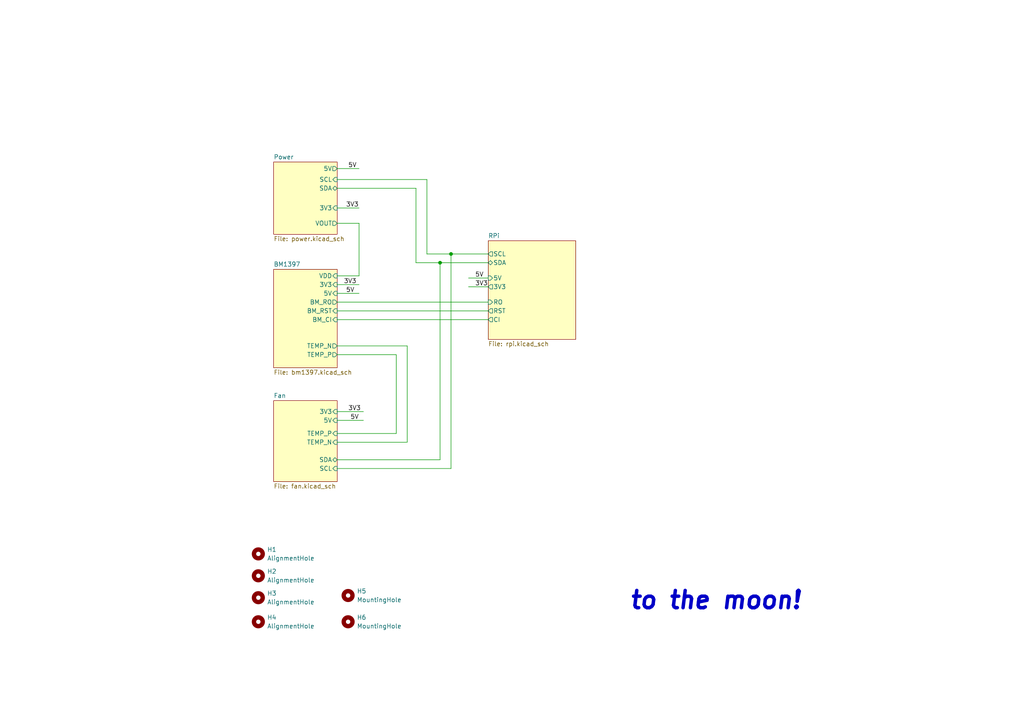
<source format=kicad_sch>
(kicad_sch (version 20230121) (generator eeschema)
  (paper "A4")
  (title_block (title "The Hashat") (date "2023-04-21") (rev "1"))
  (lib_symbols
    (symbol "Mechanical:MountingHole" (pin_names (offset 1.016))
      (property "Reference" "H" (at 0 5.08 0))
      (property "Value" "MountingHole" (at 0 3.175 0))
      (symbol "MountingHole_0_1"
        (circle (center 0 0) (radius 1.27) (stroke (width 1.27)))
      )
    )
  )
  (junction (at 130.81 73.66))
  (junction (at 127.635 76.2))
  (wire (pts (xy 97.79 60.325) (xy 104.14 60.325)))
  (wire (pts (xy 120.65 76.2) (xy 127.635 76.2)))
  (wire (pts (xy 97.79 64.77) (xy 104.14 64.77)))
  (wire (pts (xy 123.825 52.07) (xy 97.79 52.07)))
  (wire (pts (xy 97.79 54.61) (xy 120.65 54.61)))
  (wire (pts (xy 127.635 76.2) (xy 141.605 76.2)))
  (wire (pts (xy 97.79 125.73) (xy 114.935 125.73)))
  (wire (pts (xy 120.65 54.61) (xy 120.65 76.2)))
  (wire (pts (xy 97.79 92.71) (xy 141.605 92.71)))
  (wire (pts (xy 135.89 80.645) (xy 141.605 80.645)))
  (wire (pts (xy 114.935 125.73) (xy 114.935 102.87)))
  (wire (pts (xy 135.89 83.185) (xy 141.605 83.185)))
  (wire (pts (xy 127.635 133.35) (xy 127.635 76.2)))
  (wire (pts (xy 97.79 133.35) (xy 127.635 133.35)))
  (wire (pts (xy 114.935 102.87) (xy 97.79 102.87)))
  (wire (pts (xy 97.79 135.89) (xy 130.81 135.89)))
  (wire (pts (xy 97.79 85.09) (xy 104.14 85.09)))
  (wire (pts (xy 118.11 100.33) (xy 118.11 128.27)))
  (wire (pts (xy 97.79 90.17) (xy 141.605 90.17)))
  (wire (pts (xy 141.605 73.66) (xy 130.81 73.66)))
  (wire (pts (xy 97.79 100.33) (xy 118.11 100.33)))
  (wire (pts (xy 130.81 73.66) (xy 123.825 73.66)))
  (wire (pts (xy 123.825 73.66) (xy 123.825 52.07)))
  (wire (pts (xy 97.79 87.63) (xy 141.605 87.63)))
  (wire (pts (xy 118.11 128.27) (xy 97.79 128.27)))
  (wire (pts (xy 97.79 48.895) (xy 104.14 48.895)))
  (wire (pts (xy 130.81 135.89) (xy 130.81 73.66)))
  (wire (pts (xy 104.14 64.77) (xy 104.14 80.01)))
  (wire (pts (xy 104.14 80.01) (xy 97.79 80.01)))
  (wire (pts (xy 97.79 82.55) (xy 104.14 82.55)))
  (wire (pts (xy 97.79 119.38) (xy 105.41 119.38)))
  (wire (pts (xy 97.79 121.92) (xy 105.41 121.92)))
  (text "to the moon!" (at 182.245 177.165 0) (effects (font (size 5 5) (thickness 1) bold italic) (justify left bottom)))
  (label "5V" (at 137.795 80.645 0))
  (label "3V3" (at 100.33 60.325 0))
  (label "5V" (at 101.6 121.92 0))
  (label "3V3" (at 99.695 82.55 0))
  (label "5V" (at 100.33 85.09 0))
  (label "5V" (at 100.965 48.895 0))
  (label "3V3" (at 137.795 83.185 0))
  (label "3V3" (at 100.965 119.38 0))
  (symbol (lib_id "Mechanical:MountingHole") (at 74.93 173.355 0) (unit 1)
    (property "Reference" "H3" (at 77.47 172.0849 0) (effects (justify left)))
    (property "Value" "AlignmentHole" (at 77.47 174.6249 0) (effects (justify left)))
    (property "Footprint" "MountingHole:MountingHole_2.2mm_M2" (effects hide))
    (property "PARTNO" "https://www.amazon.com/dp/B07MDFS1YS" (effects hide))
    (property "DNP" "T" (effects hide))
  )
  (symbol (lib_id "Mechanical:MountingHole") (at 100.965 172.72 0) (unit 1)
    (property "Reference" "H5" (at 103.505 171.4499 0) (effects (justify left)))
    (property "Value" "MountingHole" (at 103.505 173.9899 0) (effects (justify left)))
    (property "Footprint" "MountingHole:MountingHole_3.5mm" (effects hide))
    (property "DNP" "T" (effects hide))
  )
  (symbol (lib_id "Mechanical:MountingHole") (at 100.965 180.34 0) (unit 1)
    (property "Reference" "H6" (at 103.505 179.0699 0) (effects (justify left)))
    (property "Value" "MountingHole" (at 103.505 181.6099 0) (effects (justify left)))
    (property "Footprint" "MountingHole:MountingHole_3.5mm" (effects hide))
    (property "DNP" "T" (effects hide))
  )
  (symbol (lib_id "Mechanical:MountingHole") (at 74.93 160.655 0) (unit 1)
    (property "Reference" "H1" (at 77.47 159.3849 0) (effects (justify left)))
    (property "Value" "AlignmentHole" (at 77.47 161.9249 0) (effects (justify left)))
    (property "Footprint" "MountingHole:MountingHole_2.2mm_M2" (effects hide))
    (property "PARTNO" "https://www.amazon.com/dp/B07MDFS1YS" (effects hide))
    (property "DNP" "T" (effects hide))
  )
  (symbol (lib_id "Mechanical:MountingHole") (at 74.93 180.34 0) (unit 1)
    (property "Reference" "H4" (at 77.47 179.0699 0) (effects (justify left)))
    (property "Value" "AlignmentHole" (at 77.47 181.6099 0) (effects (justify left)))
    (property "Footprint" "MountingHole:MountingHole_2.2mm_M2" (effects hide))
    (property "PARTNO" "https://www.amazon.com/dp/B07MDFS1YS" (effects hide))
    (property "DNP" "T" (effects hide))
  )
  (symbol (lib_id "Mechanical:MountingHole") (at 74.93 167.005 0) (unit 1)
    (property "Reference" "H2" (at 77.47 165.7349 0) (effects (justify left)))
    (property "Value" "AlignmentHole" (at 77.47 168.2749 0) (effects (justify left)))
    (property "Footprint" "MountingHole:MountingHole_2.2mm_M2" (effects hide))
    (property "PARTNO" "https://www.amazon.com/dp/B07MDFS1YS" (effects hide))
    (property "DNP" "T" (effects hide))
  )
  (sheet (at 141.605 69.85) (size 25.4 28.575) (stroke (width 0.1524)) (fill (color 255 255 194 1.0000))
    (property "Sheetname" "RPi" (at 141.605 69.1384 0) (effects (justify left bottom)))
    (property "Sheetfile" "rpi.kicad_sch" (at 141.605 99.0096 0) (effects (justify left top)))
    (pin "SCL" output (at 141.605 73.66 180))
    (pin "SDA" bidirectional (at 141.605 76.2 180))
    (pin "5V" input (at 141.605 80.645 180))
    (pin "3V3" output (at 141.605 83.185 180))
    (pin "CI" output (at 141.605 92.71 180))
    (pin "RO" input (at 141.605 87.63 180))
    (pin "RST" output (at 141.605 90.17 180))
  )
  (sheet (at 79.375 78.105) (size 18.415 28.575) (stroke (width 0.1524)) (fill (color 255 255 194 1.0000))
    (property "Sheetname" "BM1397" (at 79.375 77.3934 0) (effects (justify left bottom)))
    (property "Sheetfile" "bm1397.kicad_sch" (at 79.375 107.2646 0) (effects (justify left top)))
    (pin "VDD" input (at 97.79 80.01 0))
    (pin "5V" input (at 97.79 85.09 0))
    (pin "TEMP_N" output (at 97.79 100.33 0))
    (pin "TEMP_P" output (at 97.79 102.87 0))
    (pin "BM_RO" output (at 97.79 87.63 0))
    (pin "BM_CI" input (at 97.79 92.71 0))
    (pin "BM_RST" input (at 97.79 90.17 0))
    (pin "3V3" input (at 97.79 82.55 0))
  )
  (sheet (at 79.375 46.99) (size 18.415 20.955) (stroke (width 0.1524)) (fill (color 255 255 194 1.0000))
    (property "Sheetname" "Power" (at 79.375 46.2784 0) (effects (justify left bottom)))
    (property "Sheetfile" "power.kicad_sch" (at 79.375 68.5296 0) (effects (justify left top)))
    (pin "VOUT" output (at 97.79 64.77 0))
    (pin "SCL" input (at 97.79 52.07 0))
    (pin "SDA" bidirectional (at 97.79 54.61 0))
    (pin "3V3" input (at 97.79 60.325 0))
    (pin "5V" output (at 97.79 48.895 0))
  )
  (sheet (at 79.375 116.205) (size 18.415 23.495) (stroke (width 0.1524)) (fill (color 255 255 194 1.0000))
    (property "Sheetname" "Fan" (at 79.375 115.4934 0) (effects (justify left bottom)))
    (property "Sheetfile" "fan.kicad_sch" (at 79.375 140.2846 0) (effects (justify left top)))
    (pin "5V" input (at 97.79 121.92 0))
    (pin "TEMP_P" input (at 97.79 125.73 0))
    (pin "TEMP_N" input (at 97.79 128.27 0))
    (pin "3V3" input (at 97.79 119.38 0))
    (pin "SDA" bidirectional (at 97.79 133.35 0))
    (pin "SCL" input (at 97.79 135.89 0))
  )
)
</source>
